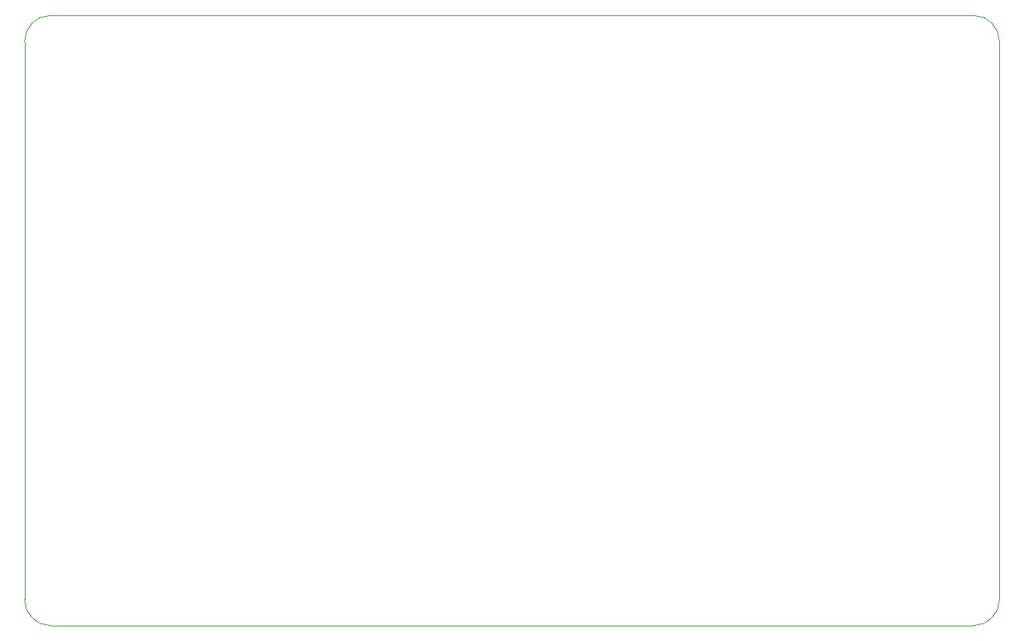
<source format=gbr>
%TF.GenerationSoftware,KiCad,Pcbnew,8.0.5*%
%TF.CreationDate,2024-09-26T23:50:07+10:00*%
%TF.ProjectId,JayPad,4a617950-6164-42e6-9b69-6361645f7063,rev?*%
%TF.SameCoordinates,Original*%
%TF.FileFunction,Profile,NP*%
%FSLAX46Y46*%
G04 Gerber Fmt 4.6, Leading zero omitted, Abs format (unit mm)*
G04 Created by KiCad (PCBNEW 8.0.5) date 2024-09-26 23:50:07*
%MOMM*%
%LPD*%
G01*
G04 APERTURE LIST*
%TA.AperFunction,Profile*%
%ADD10C,0.050000*%
%TD*%
G04 APERTURE END LIST*
D10*
X203800000Y-126378667D02*
X203800000Y-61621320D01*
X90800000Y-61621320D02*
G75*
G02*
X93800000Y-58621300I3000000J20D01*
G01*
X200800000Y-58621320D02*
X93800000Y-58621320D01*
X203800000Y-126378667D02*
G75*
G02*
X200800000Y-129378600I-2999900J-33D01*
G01*
X93800000Y-129378667D02*
G75*
G02*
X90799933Y-126378667I0J3000067D01*
G01*
X90800000Y-61621320D02*
X90800000Y-126378667D01*
X93800000Y-129378667D02*
X200800000Y-129378667D01*
X200800000Y-58621320D02*
G75*
G02*
X203799980Y-61621320I0J-2999980D01*
G01*
M02*

</source>
